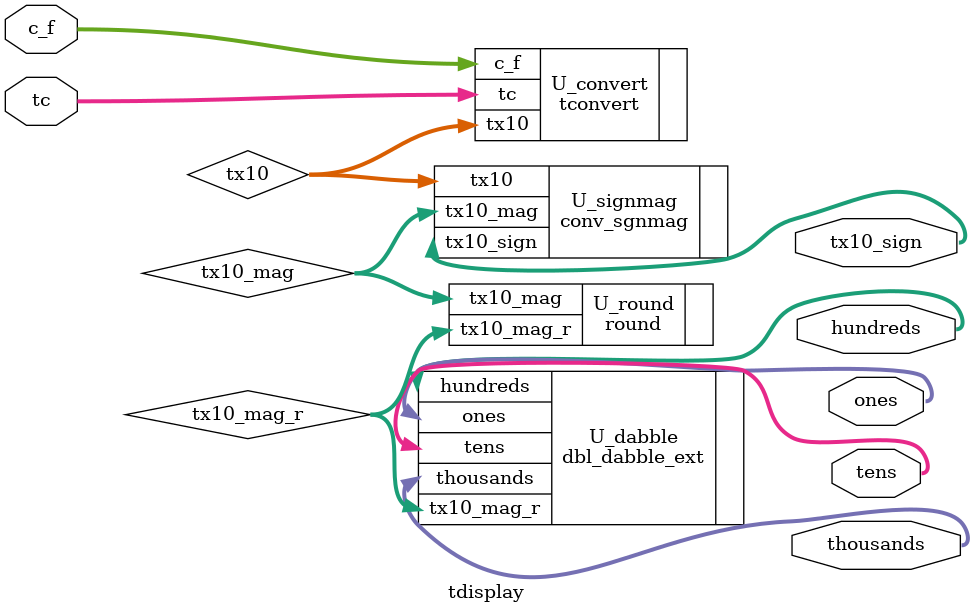
<source format=sv>
module tdisplay(
    input logic [12:0] tc,
    input logic [6:0] c_f,
    output logic [6:0] tx10_sign,
    output logic [3:0] thousands, hundreds, tens, ones
    );
    logic [17:0] tx10;
    logic [16:0] tx10_mag;
    logic [12:0] tx10_mag_r;
    
    tconvert U_convert(.tc,.c_f,.tx10(tx10)); 
    conv_sgnmag U_signmag(.tx10(tx10),.tx10_sign,.tx10_mag(tx10_mag));
    round U_round(.tx10_mag(tx10_mag),.tx10_mag_r(tx10_mag_r));
    dbl_dabble_ext U_dabble(.tx10_mag_r(tx10_mag_r),.thousands,.hundreds,.tens,.ones);

endmodule

</source>
